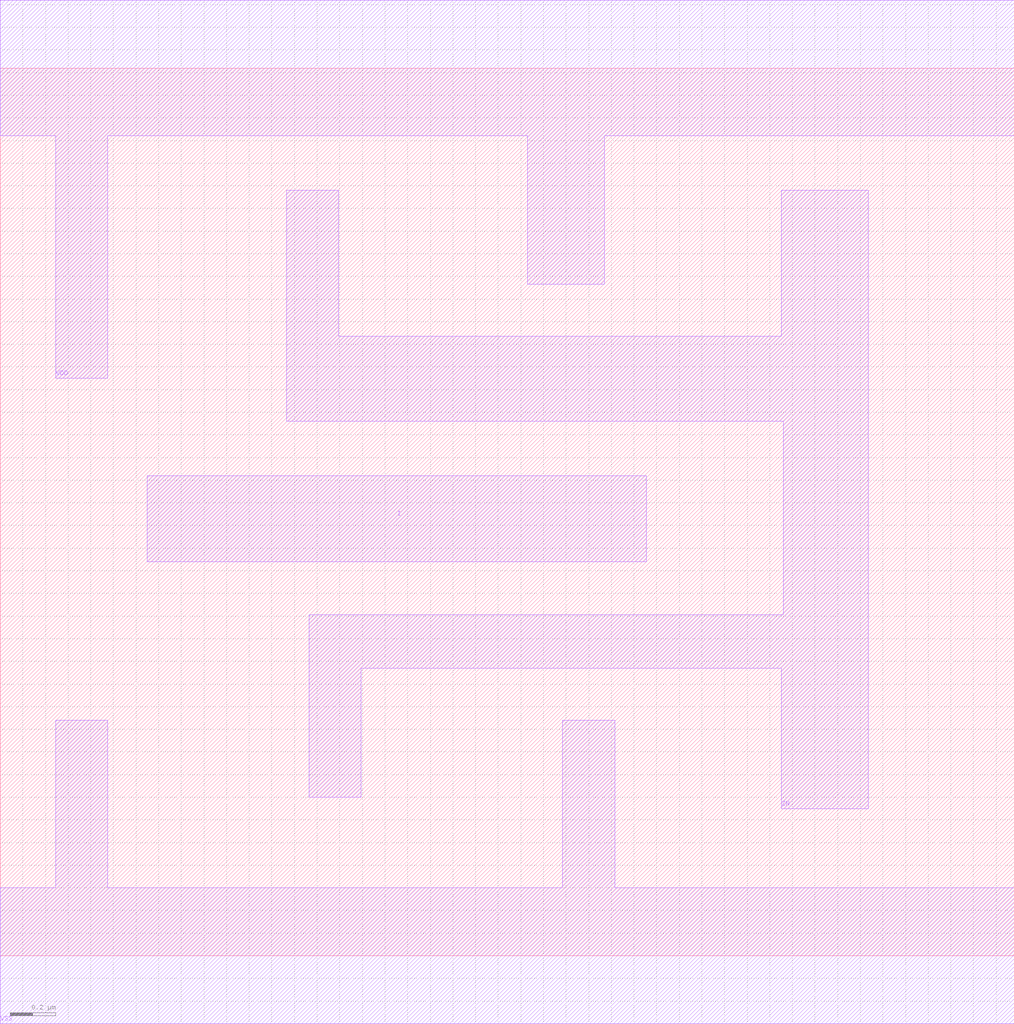
<source format=lef>
# Copyright 2022 GlobalFoundries PDK Authors
#
# Licensed under the Apache License, Version 2.0 (the "License");
# you may not use this file except in compliance with the License.
# You may obtain a copy of the License at
#
#      http://www.apache.org/licenses/LICENSE-2.0
#
# Unless required by applicable law or agreed to in writing, software
# distributed under the License is distributed on an "AS IS" BASIS,
# WITHOUT WARRANTIES OR CONDITIONS OF ANY KIND, either express or implied.
# See the License for the specific language governing permissions and
# limitations under the License.

MACRO gf180mcu_fd_sc_mcu7t5v0__clkinv_3
  CLASS core ;
  FOREIGN gf180mcu_fd_sc_mcu7t5v0__clkinv_3 0.0 0.0 ;
  ORIGIN 0 0 ;
  SYMMETRY X Y ;
  SITE GF018hv5v_mcu_sc7 ;
  SIZE 4.48 BY 3.92 ;
  PIN I
    DIRECTION INPUT ;
    ANTENNAGATEAREA 2.694 ;
    PORT
      LAYER METAL1 ;
        POLYGON 0.65 1.74 2.855 1.74 2.855 2.12 0.65 2.12  ;
    END
  END I
  PIN ZN
    DIRECTION OUTPUT ;
    ANTENNADIFFAREA 1.754 ;
    PORT
      LAYER METAL1 ;
        POLYGON 1.265 2.36 3.46 2.36 3.46 1.505 1.365 1.505 1.365 0.7 1.595 0.7 1.595 1.27 3.45 1.27 3.45 0.65 3.835 0.65 3.835 3.38 3.45 3.38 3.45 2.735 1.495 2.735 1.495 3.38 1.265 3.38  ;
    END
  END ZN
  PIN VDD
    DIRECTION INOUT ;
    USE power ;
    SHAPE ABUTMENT ;
    PORT
      LAYER METAL1 ;
        POLYGON 0 3.62 0.245 3.62 0.245 2.55 0.475 2.55 0.475 3.62 2.33 3.62 2.33 2.965 2.67 2.965 2.67 3.62 4.48 3.62 4.48 4.22 0 4.22  ;
    END
  END VDD
  PIN VSS
    DIRECTION INOUT ;
    USE ground ;
    SHAPE ABUTMENT ;
    PORT
      LAYER METAL1 ;
        POLYGON 0 -0.3 4.48 -0.3 4.48 0.3 2.715 0.3 2.715 1.04 2.485 1.04 2.485 0.3 0.475 0.3 0.475 1.04 0.245 1.04 0.245 0.3 0 0.3  ;
    END
  END VSS
END gf180mcu_fd_sc_mcu7t5v0__clkinv_3

</source>
